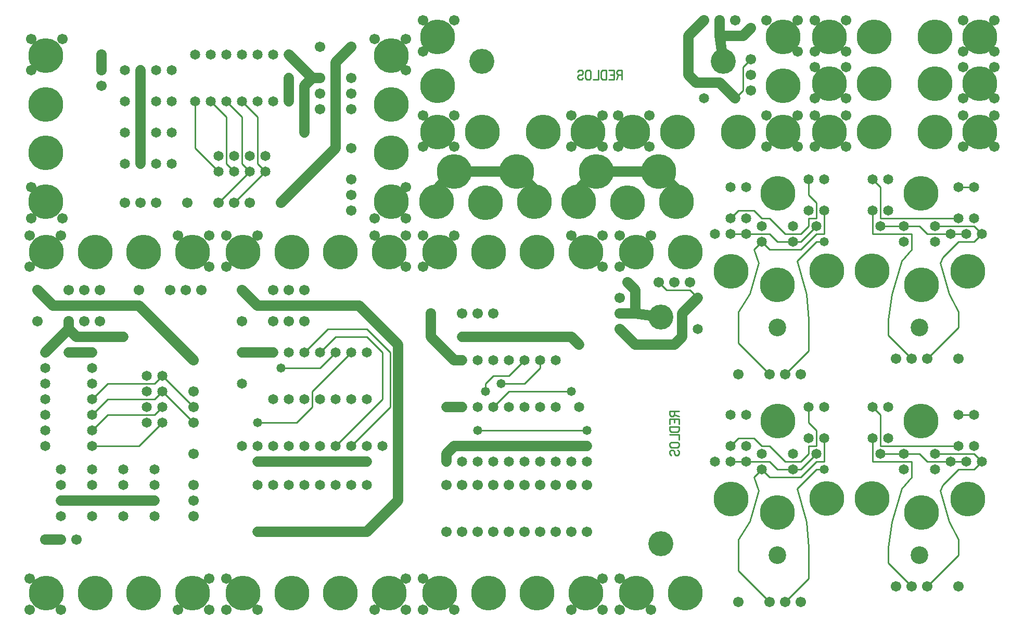
<source format=gbl>
%MOIN*%
%FSLAX25Y25*%
G04 D10 used for Character Trace; *
G04     Circle (OD=.01000) (No hole)*
G04 D11 used for Power Trace; *
G04     Circle (OD=.06700) (No hole)*
G04 D12 used for Signal Trace; *
G04     Circle (OD=.01100) (No hole)*
G04 D13 used for Via; *
G04     Circle (OD=.05800) (Round. Hole ID=.02800)*
G04 D14 used for Component hole; *
G04     Circle (OD=.06500) (Round. Hole ID=.03500)*
G04 D15 used for Component hole; *
G04     Circle (OD=.06700) (Round. Hole ID=.04300)*
G04 D16 used for Component hole; *
G04     Circle (OD=.08100) (Round. Hole ID=.05100)*
G04 D17 used for Component hole; *
G04     Circle (OD=.08900) (Round. Hole ID=.05900)*
G04 D18 used for Component hole; *
G04     Circle (OD=.11300) (Round. Hole ID=.08300)*
G04 D19 used for Component hole; *
G04     Circle (OD=.16000) (Round. Hole ID=.13000)*
G04 D20 used for Component hole; *
G04     Circle (OD=.18300) (Round. Hole ID=.15300)*
G04 D21 used for Component hole; *
G04     Circle (OD=.22291) (Round. Hole ID=.19291)*
%ADD10C,.01000*%
%ADD11C,.06700*%
%ADD12C,.01100*%
%ADD13C,.05800*%
%ADD14C,.06500*%
%ADD15C,.06700*%
%ADD16C,.08100*%
%ADD17C,.08900*%
%ADD18C,.11300*%
%ADD19C,.16000*%
%ADD20C,.18300*%
%ADD21C,.22291*%
%IPPOS*%
%LPD*%
G90*X0Y0D02*D15*X5000Y5000D03*D21*X15625Y15625D03*
D15*X5000Y25000D03*X25000Y5000D03*D21*            
X46875Y15625D03*D15*X35000Y50000D03*X25000D03*D11*
X15000D01*D15*D03*D14*X25000Y65000D03*Y75000D03*  
D11*X45000D01*D14*D03*D11*X65000D01*D14*D03*D11*  
X85000D01*D14*D03*Y85000D03*Y65000D03*            
X65000Y95000D03*Y85000D03*X85000Y95000D03*        
X65000Y65000D03*D15*X110000D03*Y75000D03*         
Y85000D03*Y105000D03*D12*X45000Y110000D02*        
X75000D01*D14*X45000D03*Y120000D03*D12*           
X55000Y130000D01*X85000D01*X90000Y135000D01*D14*  
D03*D12*X55000Y140000D02*X85000D01*               
X45000Y130000D02*X55000Y140000D01*D14*            
X45000Y130000D03*Y140000D03*D12*X55000Y150000D01* 
X85000D01*X90000Y155000D01*D14*D03*D12*           
X110000Y135000D01*D15*D03*Y145000D03*Y125000D03*  
D12*X90000Y145000D01*D14*D03*D12*X85000Y140000D01*
D14*X80000Y145000D03*Y135000D03*Y125000D03*       
Y155000D03*X90000Y125000D03*D12*X75000Y110000D01* 
D14*X45000Y95000D03*Y85000D03*Y150000D03*         
Y65000D03*X25000Y95000D03*Y85000D03*              
X45000Y160000D03*D15*X110000Y165000D03*D11*       
X75000Y200000D01*X65000D01*D14*D03*D11*X20000D01* 
X10000Y210000D01*D15*D03*X5000Y225000D03*         
X30000Y190000D03*D11*Y185000D01*X15000Y170000D01* 
D14*D03*Y160000D03*D11*X35000Y180000D02*          
X30000Y185000D01*X35000Y180000D02*X65000D01*D14*  
D03*D15*X50000Y190000D03*D14*X45000Y170000D03*D11*
X30000D01*D13*D03*D15*X10000Y190000D03*D14*       
X15000Y150000D03*D15*X40000Y190000D03*D14*        
X15000Y140000D03*D15*X50000Y210000D03*D14*        
X15000Y130000D03*D15*X40000Y210000D03*X30000D03*  
X75000D03*D14*X15000Y120000D03*Y110000D03*D21*    
X78125Y234375D03*X46875D03*X15625D03*D15*         
X95000Y210000D03*X100000Y245000D03*X25000D03*     
X5000D03*X105000Y210000D03*D21*X109375Y234375D03* 
D15*X115000Y210000D03*X120000Y225000D03*          
Y245000D03*Y25000D03*D21*X78125Y15625D03*         
X109375D03*D15*X100000Y5000D03*X120000D03*G90*    
X1000Y0D02*X131000Y5000D03*Y25000D03*D21*         
X141625Y15625D03*D14*X141000Y110000D03*Y150000D03*
D15*X151000Y5000D03*D14*Y55000D03*D11*X161000D01* 
D14*D03*D11*X171000D01*D14*D03*D11*X181000D01*D14*
D03*D11*X191000D01*D14*D03*D11*X201000D01*D14*D03*
D11*X211000D01*D14*D03*D11*X221000D01*D14*D03*D11*
X241000Y75000D01*Y175000D01*X216000Y200000D01*    
X151000D01*X141000Y210000D01*D15*D03*             
X131000Y225000D03*X161000Y190000D03*Y210000D03*   
X141000Y190000D03*D21*X141625Y234375D03*D15*      
X171000Y190000D03*Y210000D03*D21*                 
X172875Y234375D03*D15*X151000Y245000D03*          
X131000D03*D14*X181000Y170000D03*D12*             
X196000Y185000D01*X221000D01*X236000Y170000D01*   
Y135000D01*X211000Y110000D01*D14*D03*             
X221000Y100000D03*D11*X211000D01*D14*D03*D11*     
X201000D01*D14*D03*D11*X191000D01*D14*D03*D11*    
X181000D01*D14*D03*D11*X171000D01*D14*D03*D11*    
X161000D01*D14*D03*D11*X151000D01*D14*D03*        
X161000Y110000D03*X151000D03*Y85000D03*X161000D03*
X171000D03*Y110000D03*D12*X151000Y125000D02*      
X176000D01*D13*X151000D03*D14*X161000Y140000D03*  
X171000D03*D12*X176000Y125000D02*                 
X186000Y135000D01*Y145000D01*X211000Y170000D01*   
D14*D03*D12*X231000D02*X221000Y180000D01*         
X231000Y140000D02*Y170000D01*X201000Y110000D02*   
X231000Y140000D01*D14*X201000Y110000D03*          
X191000D03*X221000D03*X181000D03*Y85000D03*       
X191000D03*X201000D03*X211000D03*X221000D03*      
Y140000D03*X211000D03*X231000Y110000D03*          
X201000Y140000D03*X191000D03*X181000D03*D12*      
X166000Y160000D02*X191000D01*D13*X166000D03*D14*  
X171000Y170000D03*X161000D03*D11*X141000D01*D14*  
D03*D15*X181000Y210000D03*Y190000D03*D12*         
X191000Y160000D02*X201000Y170000D01*D14*D03*D12*  
X191000D02*X201000Y180000D01*D14*                 
X191000Y170000D03*D12*X201000Y180000D02*          
X221000D01*D14*Y170000D03*D15*X246000Y225000D03*  
D21*X235375Y234375D03*X204125D03*D15*             
X246000Y245000D03*X226000D03*X246000Y25000D03*D21*
X172875Y15625D03*X204125D03*X235375D03*D15*       
X226000Y5000D03*X246000D03*G90*X2000Y0D02*        
X257000Y5000D03*Y25000D03*Y225000D03*Y245000D03*  
D14*X262000Y180000D03*D11*X277000Y165000D01*      
X282000D01*D14*D03*X292000D03*D12*                
X297000Y145000D02*Y150000D01*D13*Y145000D03*D12*  
Y150000D02*X302000Y155000D01*X312000D01*          
X322000Y165000D01*D14*D03*D12*Y150000D02*         
X332000Y160000D01*X307000Y150000D02*X322000D01*   
D13*X307000D03*D12*X302000Y135000D02*             
X312000Y145000D01*D14*X302000Y135000D03*D12*      
X312000Y145000D02*X352000D01*D13*D03*D14*         
X342000Y135000D03*X357000D03*X332000Y165000D03*   
D12*Y160000D01*D14*X342000Y165000D03*D11*         
X357000Y175000D02*X352000Y180000D01*D14*          
X357000Y175000D03*D11*X282000Y180000D02*          
X352000D01*D14*X282000D03*D15*X292000Y195000D03*  
X282000D03*D14*X302000Y165000D03*D15*             
X262000Y195000D03*D11*Y180000D01*D15*             
X302000Y195000D03*D13*X272000Y135000D03*D11*      
X282000D01*D14*D03*X292000D03*D13*Y120000D03*D12* 
X362000D01*D13*D03*D14*X352000Y110000D03*D11*     
X342000D01*D14*D03*D11*X332000D01*D14*D03*D11*    
X322000D01*D14*D03*D11*X312000D01*D14*D03*D11*    
X302000D01*D14*D03*D11*X292000D01*D14*D03*D11*    
X282000D01*D14*D03*D11*X277000D01*                
X272000Y105000D01*Y100000D01*D14*D03*X282000D03*  
D15*X272000Y85000D03*X282000D03*X292000D03*D14*   
Y100000D03*D15*X302000Y85000D03*D14*Y100000D03*   
D15*X312000Y85000D03*D14*Y100000D03*Y135000D03*   
D15*X272000Y55000D03*X282000D03*X292000D03*       
X302000D03*X312000D03*X322000D03*Y85000D03*D14*   
Y100000D03*Y135000D03*D15*X332000Y55000D03*       
Y85000D03*D14*Y100000D03*Y135000D03*              
X312000Y165000D03*D15*X342000Y55000D03*Y85000D03* 
D14*Y100000D03*D15*X352000Y55000D03*Y85000D03*D14*
Y100000D03*D11*Y110000D02*X362000D01*D14*D03*     
Y100000D03*D15*Y85000D03*Y55000D03*               
X372000Y25000D03*D21*X267625Y15625D03*X298875D03* 
X330125D03*X361375D03*D15*X277000Y5000D03*        
X352000D03*X372000D03*Y225000D03*D21*             
X361375Y234375D03*X330125D03*X298875D03*          
X267625D03*D15*X372000Y245000D03*X352000D03*      
X277000D03*G90*X3000Y0D02*X383000Y5000D03*        
Y25000D03*Y185000D03*D11*X393000Y175000D01*       
X418000D01*X423000Y180000D01*Y195000D01*          
X433000Y205000D01*D14*D03*D12*X428000Y210000D01*  
X413000D01*X408000Y215000D01*D15*D03*X418000D03*  
D11*X393000Y195000D02*Y210000D01*                 
X383000Y195000D02*X393000D01*D15*X383000D03*D11*  
X393000D02*X409250Y192800D01*D19*D03*D11*         
X393000Y210000D02*X388000Y215000D01*D15*D03*      
X383000Y205000D03*Y225000D03*D21*                 
X393625Y234375D03*D15*X403000Y245000D03*          
X383000D03*D21*X424875Y234375D03*D15*             
X428000Y215000D03*D14*X433000Y185000D03*D10*      
X420871Y132511D02*X415129D01*Y130000D01*          
X416086Y129163D01*X417043D01*X418000Y130000D01*   
Y132511D01*Y130000D02*X420871Y129163D01*          
Y124163D02*Y127511D01*X415129D01*Y124163D01*      
X418000Y127511D02*Y125000D01*X420871Y122511D02*   
X415129D01*Y120000D01*X416086Y119163D01*          
X419914D01*X420871Y120000D01*Y122511D01*          
X415129Y117511D02*X420871D01*Y114163D01*          
X419914Y109163D02*X420871Y110000D01*Y111674D01*   
X419914Y112511D01*X416086D01*X415129Y111674D01*   
Y110000D01*X416086Y109163D01*X419914D01*          
X416086Y104163D02*X415129Y105000D01*Y106674D01*   
X416086Y107511D01*X417043D01*X418000Y106674D01*   
Y105000D01*X418957Y104163D01*X419914D01*          
X420871Y105000D01*Y106674D01*X419914Y107511D01*   
D19*X409250Y47200D03*D21*X393625Y15625D03*        
X424875D03*D15*X403000Y5000D03*G90*X4000Y0D02*D14*
X444000Y100000D03*D21*X454400Y75900D03*D14*       
X454000Y100000D03*D12*X464000D01*D14*D03*D12*     
X479000D01*X484000Y95000D01*X494000D01*D14*D03*   
D12*X499000D01*X509000Y105000D01*D14*D03*D12*     
Y100000D02*X514000D01*X499000Y90000D02*           
X509000Y100000D01*X479000Y90000D02*X499000D01*    
X479000D02*X474000Y95000D01*D14*D03*D12*          
X469000Y90000D01*D14*X474000Y105000D03*D12*       
X489000Y100000D02*X479000Y110000D01*              
X489000Y100000D02*X499000D01*X504000Y105000D01*   
Y110000D01*X509000D01*Y120000D01*                 
X504000Y125000D01*Y135000D01*D14*D03*X514000D03*  
X504000Y115000D03*D21*X484300Y126100D03*D14*      
X514000Y115000D03*D12*Y100000D01*X499000Y85000D02*
X509000Y95000D01*X514000D01*D13*D03*D14*          
X494000Y105000D03*D21*X515700Y76500D03*           
X483900Y67400D03*D12*X474000Y110000D02*X479000D01*
X474000D02*X469000Y115000D01*X459000D01*          
X454000Y110000D01*D14*D03*X464000D03*Y130000D03*  
X454000D03*D12*X459000Y30000D02*Y50000D01*        
X479000Y10000D02*X459000Y30000D01*D15*            
X479000Y10000D03*X489000D03*D12*X504000Y25000D01* 
Y45000D01*D18*X484000Y40000D03*D15*               
X499000Y10000D03*X459000D03*D10*X496766Y82550D02* 
X502833Y61350D01*X499000Y85000D02*                
X496766Y82550D01*X504000Y45000D02*                
X502833Y61350D01*X466316Y61816D02*                
X471983Y81483D01*X459000Y50000D02*                
X466316Y61816D01*X469000Y90000D02*                
X471983Y81483D01*G90*X0Y0D02*D21*X544600Y76500D03*
D12*X545000Y100000D02*X570000D01*Y90000D01*D14*   
X565000Y95000D03*D12*X580000Y100000D02*X595000D01*
D14*D03*D12*X605000D01*D14*D03*D12*               
X600000Y95000D02*X610000D01*X590000Y85000D02*     
X600000Y95000D01*D14*X585000D03*D21*              
X605900Y75900D03*D12*X580000Y100000D02*           
X575000Y105000D01*X565000D01*D14*D03*D12*         
X550000D01*D14*D03*D12*X545000Y100000D02*         
Y115000D01*D14*D03*D12*X550000Y110000D02*         
X600000D01*D14*D03*D12*X615000Y100000D02*         
X610000Y105000D01*D14*X615000Y100000D03*D12*      
X610000Y95000D01*X585000Y105000D02*X610000D01*D14*
X585000D03*D21*X576000Y126100D03*D14*             
X610000Y130000D03*D12*X600000D01*D14*D03*         
X610000Y110000D03*X555000Y135000D03*Y115000D03*   
D12*X550000Y110000D02*Y130000D01*                 
X545000Y135000D01*D14*D03*D21*X576400Y67400D03*   
D12*X600000Y40000D02*Y50000D01*X580000Y20000D02*  
X600000Y40000D01*D15*X580000Y20000D03*X570000D03* 
D12*X555000Y35000D01*Y45000D01*D18*               
X575000Y40000D03*D15*X560000Y20000D03*X600000D03* 
D10*X557466Y61350D02*X563533Y82550D01*            
X555000Y45000D02*X557466Y61350D01*                
X570000Y90000D02*X563533Y82550D01*                
X588316Y81483D02*X593983Y61816D01*                
X590000Y85000D02*X588316Y81483D01*                
X600000Y50000D02*X593983Y61816D01*G90*            
X4000Y1000D02*D14*X444000Y246000D03*D21*          
X454400Y221900D03*D14*X454000Y246000D03*D12*      
X464000D01*D14*D03*D12*X479000D01*                
X484000Y241000D01*X494000D01*D14*D03*D12*         
X499000D01*X509000Y251000D01*D14*D03*D12*         
Y246000D02*X514000D01*X499000Y236000D02*          
X509000Y246000D01*X479000Y236000D02*X499000D01*   
X479000D02*X474000Y241000D01*D14*D03*D12*         
X469000Y236000D01*D14*X474000Y251000D03*D12*      
X489000Y246000D02*X479000Y256000D01*              
X489000Y246000D02*X499000D01*X504000Y251000D01*   
Y256000D01*X509000D01*Y266000D01*                 
X504000Y271000D01*Y281000D01*D14*D03*X514000D03*  
X504000Y261000D03*D21*X484300Y272100D03*D14*      
X514000Y261000D03*D12*Y246000D01*                 
X499000Y231000D02*X509000Y241000D01*X514000D01*   
D13*D03*D14*X494000Y251000D03*D21*                
X515700Y222500D03*X483900Y213400D03*D12*          
X474000Y256000D02*X479000D01*X474000D02*          
X469000Y261000D01*X459000D01*X454000Y256000D01*   
D14*D03*X464000D03*Y276000D03*X454000D03*D12*     
X459000Y176000D02*Y196000D01*X479000Y156000D02*   
X459000Y176000D01*D15*X479000Y156000D03*          
X489000D03*D12*X504000Y171000D01*Y191000D01*D18*  
X484000Y186000D03*D15*X499000Y156000D03*          
X459000D03*D10*X496766Y228550D02*                 
X502833Y207350D01*X499000Y231000D02*              
X496766Y228550D01*X504000Y191000D02*              
X502833Y207350D01*X466316Y207816D02*              
X471983Y227483D01*X459000Y196000D02*              
X466316Y207816D01*X469000Y236000D02*              
X471983Y227483D01*G90*X0Y1000D02*D21*             
X544600Y222500D03*D12*X545000Y246000D02*          
X570000D01*Y236000D01*D14*X565000Y241000D03*D12*  
X580000Y246000D02*X595000D01*D14*D03*D12*         
X605000D01*D14*D03*D12*X600000Y241000D02*         
X610000D01*X590000Y231000D02*X600000Y241000D01*   
D14*X585000D03*D21*X605900Y221900D03*D12*         
X580000Y246000D02*X575000Y251000D01*X565000D01*   
D14*D03*D12*X550000D01*D14*D03*D12*               
X545000Y246000D02*Y261000D01*D14*D03*D12*         
X550000Y256000D02*X600000D01*D14*D03*D12*         
X615000Y246000D02*X610000Y251000D01*D14*          
X615000Y246000D03*D12*X610000Y241000D01*          
X585000Y251000D02*X610000D01*D14*X585000D03*D21*  
X576000Y272100D03*D14*X610000Y276000D03*D12*      
X600000D01*D14*D03*X610000Y256000D03*             
X555000Y281000D03*Y261000D03*D12*                 
X550000Y256000D02*Y276000D01*X545000Y281000D01*   
D14*D03*D21*X576400Y213400D03*D12*                
X600000Y186000D02*Y196000D01*X580000Y166000D02*   
X600000Y186000D01*D15*X580000Y166000D03*          
X570000D03*D12*X555000Y181000D01*Y191000D01*D18*  
X575000Y186000D03*D15*X560000Y166000D03*          
X600000D03*D10*X557466Y207350D02*                 
X563533Y228550D01*X555000Y191000D02*              
X557466Y207350D01*X570000Y236000D02*              
X563533Y228550D01*X588316Y227483D02*              
X593983Y207816D01*X590000Y231000D02*              
X588316Y227483D01*X600000Y196000D02*              
X593983Y207816D01*G90*X1000Y1000D02*D15*          
X246000Y256000D03*X226000D03*X26000D03*X6000D03*  
X211000Y261000D03*D21*X236625Y266625D03*D15*      
X166000Y266000D03*D11*X201000Y301000D01*          
Y311000D01*D14*D03*D11*Y356000D01*                
X211000Y366000D01*D15*D03*X226000Y371000D03*      
X191000Y346000D03*D11*X186000D01*                 
X171000Y361000D01*D14*D03*X161000D03*D11*         
X181000Y341000D02*X186000Y346000D01*              
X181000Y341000D02*Y311000D01*D14*D03*D15*         
X191000Y326000D03*D14*X161000Y331000D03*          
X171000D03*D11*Y346000D01*D13*D03*D15*            
X191000Y366000D03*D14*X151000Y361000D03*D15*      
X191000Y336000D03*D14*X151000Y331000D03*D12*      
X141000D02*X151000Y321000D01*D14*                 
X141000Y331000D03*D12*X151000Y321000D02*          
Y291000D01*X156000Y286000D01*D14*D03*D12*         
X136000Y266000D01*D15*D03*X146000D03*X126000D03*  
D12*X146000Y286000D01*D14*D03*D12*                
X141000Y291000D01*Y321000D01*X131000Y331000D01*   
D14*D03*X121000D03*D12*X131000Y321000D01*         
Y291000D01*X136000Y286000D01*D14*D03*             
X146000Y296000D03*X126000D03*X136000D03*          
X126000Y286000D03*D12*X111000Y301000D01*          
Y331000D01*D14*D03*X96000D03*Y311000D03*          
Y351000D03*X86000D03*Y331000D03*Y311000D03*       
X141000Y361000D03*X131000D03*X121000D03*          
X111000D03*X76000Y351000D03*D11*Y331000D01*D14*   
D03*D11*Y311000D01*D14*D03*D11*Y291000D01*D14*D03*
X86000D03*X66000D03*X96000D03*X66000Y311000D03*   
D15*Y266000D03*X76000D03*X86000D03*X106000D03*D14*
X66000Y331000D03*D15*X51000Y341000D03*D21*        
X15375Y329125D03*Y297875D03*D14*X66000Y351000D03* 
D15*X51000D03*D11*Y361000D01*D15*D03*             
X26000Y371000D03*D21*X15375Y360375D03*D15*        
X6000Y371000D03*Y351000D03*Y276000D03*D21*        
X15375Y266625D03*D14*X156000Y296000D03*D15*       
X211000Y271000D03*Y281000D03*Y301000D03*          
Y326000D03*Y336000D03*Y346000D03*D21*             
X236625Y297875D03*Y329125D03*Y360375D03*D15*      
X246000Y276000D03*Y351000D03*Y371000D03*G90*      
X2000Y3000D02*D21*X266375Y341125D03*D19*          
X294800Y356750D03*D10*X356163Y349914D02*          
X357000Y350871D01*X358674D01*X359511Y349914D01*   
Y348957D01*X358674Y348000D01*X357000D01*          
X356163Y347043D01*Y346086D01*X357000Y345129D01*   
X358674D01*X359511Y346086D01*D15*                 
X257000Y363000D03*D10*X361163Y346086D02*          
X362000Y345129D01*X363674D01*X364511Y346086D01*   
Y349914D01*X363674Y350871D01*X362000D01*          
X361163Y349914D01*Y346086D01*X369511Y350871D02*   
Y345129D01*X366163D01*D21*X266375Y372375D03*D10*  
X374511Y345129D02*Y350871D01*X372000D01*          
X371163Y349914D01*Y346086D01*X372000Y345129D01*   
X374511D01*X376163D02*X379511D01*Y350871D01*      
X376163D01*X379511Y348000D02*X377000D01*D15*      
X277000Y383000D03*X257000D03*D10*                 
X384511Y345129D02*Y350871D01*X382000D01*          
X381163Y349914D01*Y348957D01*X382000Y348000D01*   
X384511D01*X382000D02*X381163Y345129D01*D11*      
X427000Y373000D02*Y348000D01*Y373000D02*          
X437000Y383000D01*D15*D03*D11*X447000D02*         
Y373000D01*D15*Y383000D03*X457000D03*D11*         
X447000Y373000D02*X449200Y356750D01*D19*D03*D11*  
X447000Y373000D02*X462000D01*X467000Y378000D01*   
D15*D03*X477000Y383000D03*D21*X487625Y372375D03*  
D15*X467000Y358000D03*D12*X462000Y353000D01*      
Y338000D01*X457000Y333000D01*D14*D03*D11*         
X447000Y343000D01*X432000D01*X427000Y348000D01*   
D14*X437000Y333000D03*D15*X467000Y338000D03*      
Y348000D03*D21*X487625Y341125D03*D15*             
X497000Y363000D03*Y383000D03*G90*X2000Y2000D02*   
X277000Y302000D03*X257000D03*D21*                 
X295125Y311375D03*X266375D03*D15*                 
X277000Y322000D03*X257000D03*D21*                 
X333875Y311375D03*D15*X352000Y302000D03*          
Y322000D03*D21*X362625Y311375D03*D15*             
X372000Y302000D03*Y322000D03*X382000Y302000D03*   
Y322000D03*D21*X391375Y311375D03*D15*             
X402000Y302000D03*Y322000D03*D21*                 
X420125Y311375D03*X458875D03*D15*                 
X477000Y302000D03*Y322000D03*D21*                 
X487625Y311375D03*D15*X497000Y302000D03*          
Y322000D03*G90*X2000Y1000D02*D21*                 
X265750Y266625D03*D11*X267000Y276000D01*          
X277000Y286000D01*D21*D03*D11*X317000D01*D21*D03* 
D11*X332000Y271000D01*X328250Y266625D01*D21*D03*  
X297000Y266000D03*G90*X3000Y1000D02*              
X356750Y266625D03*D11*X358000Y276000D01*          
X368000Y286000D01*D21*D03*D11*X408000D01*D21*D03* 
D11*X423000Y271000D01*X419250Y266625D01*D21*D03*  
X388000Y266000D03*G90*X3000Y2000D02*D15*          
X508000Y302000D03*Y322000D03*D21*                 
X517375Y311375D03*D15*X528000Y302000D03*          
Y322000D03*D21*X546125Y311375D03*X584875D03*D15*  
X603000Y302000D03*Y322000D03*D21*                 
X613625Y311375D03*D15*X623000Y302000D03*          
Y322000D03*G90*X3000Y3000D02*X508000Y333000D03*   
Y353000D03*D21*X517375Y342375D03*D15*             
X528000Y333000D03*Y353000D03*D21*                 
X546125Y342375D03*X584875D03*D15*                 
X603000Y333000D03*Y353000D03*D21*                 
X613625Y342375D03*D15*X623000Y333000D03*          
Y353000D03*G90*X3000Y3000D02*X508000Y363000D03*   
Y383000D03*D21*X517375Y372375D03*D15*             
X528000Y363000D03*Y383000D03*D21*                 
X546125Y372375D03*X584875D03*D15*                 
X603000Y363000D03*Y383000D03*D21*                 
X613625Y372375D03*D15*X623000Y363000D03*          
Y383000D03*M02*                                   

</source>
